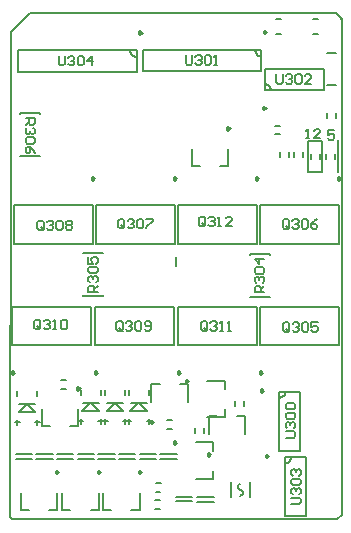
<source format=gto>
G04*
G04 #@! TF.GenerationSoftware,Altium Limited,Altium Designer,20.2.7 (254)*
G04*
G04 Layer_Color=65535*
%FSLAX25Y25*%
%MOIN*%
G70*
G04*
G04 #@! TF.SameCoordinates,F843C583-EBE9-4D23-8C3A-A0ED9C3F7A7C*
G04*
G04*
G04 #@! TF.FilePolarity,Positive*
G04*
G01*
G75*
%ADD10C,0.00984*%
%ADD11C,0.00787*%
%ADD12C,0.00800*%
%ADD13C,0.00669*%
D10*
X59843Y46457D02*
X59104Y46883D01*
Y46031D01*
X59843Y46457D01*
X67225Y22047D02*
X66486Y22474D01*
Y21621D01*
X67225Y22047D01*
X73622Y130709D02*
X72884Y131135D01*
Y130282D01*
X73622Y130709D01*
X83169Y114035D02*
X82431Y114462D01*
Y113609D01*
X83169Y114035D01*
X57185Y49272D02*
X56447Y49698D01*
Y48845D01*
X57185Y49272D01*
X84547D02*
X83809Y49698D01*
Y48845D01*
X84547Y49272D01*
X110531Y114035D02*
X109793Y114462D01*
Y113609D01*
X110531Y114035D01*
X55807D02*
X55069Y114462D01*
Y113609D01*
X55807Y114035D01*
X28445D02*
X27707Y114462D01*
Y113609D01*
X28445Y114035D01*
X29429Y49272D02*
X28691Y49698D01*
Y48845D01*
X29429Y49272D01*
X1673D02*
X935Y49698D01*
X935Y48845D01*
X1673Y49272D01*
X30512Y16102D02*
X29774Y16529D01*
Y15676D01*
X30512Y16102D01*
X44272Y162559D02*
X43534Y162985D01*
Y162133D01*
X44272Y162559D01*
X86516Y21437D02*
X85778Y21863D01*
Y21011D01*
X86516Y21437D01*
X55905Y25886D02*
X55167Y26312D01*
Y25460D01*
X55905Y25886D01*
X16535Y16102D02*
X15797Y16529D01*
Y15676D01*
X16535Y16102D01*
X44094D02*
X43356Y16529D01*
Y15676D01*
X44094Y16102D01*
X48130Y32736D02*
X47392Y33163D01*
Y32310D01*
X48130Y32736D01*
X23622Y44055D02*
X22884Y44481D01*
Y43629D01*
X23622Y44055D01*
X85709Y162756D02*
X84970Y163182D01*
Y162330D01*
X85709Y162756D01*
X85630Y137461D02*
X84892Y137887D01*
Y137034D01*
X85630Y137461D01*
X84745Y43287D02*
X84006Y43714D01*
Y42861D01*
X84745Y43287D01*
D11*
X77165Y8247D02*
X78018Y8739D01*
Y9723D01*
X77165Y10215D01*
Y12193D02*
X76313Y11700D01*
Y10716D01*
X77165Y10224D01*
X40571Y156457D02*
X40835Y155473D01*
X41555Y154752D01*
X42539Y154488D01*
X92028Y18976D02*
X93012Y19240D01*
X93733Y19961D01*
X93997Y20945D01*
X82008Y156654D02*
X82272Y155669D01*
X82992Y154949D01*
X83976Y154685D01*
X87480Y143465D02*
X87217Y144449D01*
X86496Y145169D01*
X85512Y145433D01*
X90256Y40827D02*
X91241Y41091D01*
X91961Y41811D01*
X92225Y42795D01*
X99901Y126476D02*
X104528D01*
X99606Y126181D02*
X99901Y126476D01*
X99606Y116339D02*
Y126181D01*
Y116339D02*
X99902Y116043D01*
X109646Y116142D02*
Y126870D01*
X104528Y124114D02*
Y126476D01*
X99902Y116043D02*
X104528D01*
Y124114D01*
X55807Y84842D02*
Y87795D01*
X106102Y155807D02*
X109055D01*
X106201Y145276D02*
X109153D01*
X89075Y162008D02*
X90650D01*
X89092Y167138D02*
X90667D01*
X101476Y162008D02*
X103051D01*
X101494Y167138D02*
X103068D01*
X72028Y34350D02*
Y37008D01*
Y43701D02*
Y46555D01*
X66220D02*
X72028D01*
X66220Y34350D02*
X72028D01*
X76181Y34724D02*
X78839D01*
X66634D02*
X69488D01*
X66634Y28917D02*
Y34724D01*
X78839Y28917D02*
Y34724D01*
X61024Y118032D02*
X63681D01*
X70374D02*
X73228D01*
Y123839D01*
X61024Y118032D02*
Y123839D01*
X274Y64889D02*
X793Y65408D01*
X274Y1377D02*
X514Y1137D01*
X1220Y430D01*
X109438D01*
X274Y1377D02*
Y64889D01*
X110931Y1924D02*
Y167180D01*
X109438Y430D02*
X110931Y1924D01*
X109061Y169050D02*
X110931Y167180D01*
X793Y162849D02*
X6994Y169050D01*
X109061D01*
X793Y65408D02*
Y162849D01*
X74016Y7776D02*
Y12697D01*
X80315Y7776D02*
Y12697D01*
X56496Y92185D02*
X82874D01*
X56496Y104980D02*
X82874D01*
Y92185D02*
Y104980D01*
X56496Y92185D02*
Y104980D01*
X82874Y58327D02*
Y71122D01*
X56496Y58327D02*
Y71122D01*
Y58327D02*
X82874D01*
X56496Y71122D02*
X82874D01*
X83858D02*
X110236D01*
X83858Y58327D02*
X110236D01*
X83858D02*
Y71122D01*
X110236Y58327D02*
Y71122D01*
X83858Y92185D02*
Y104980D01*
X110236Y92185D02*
Y104980D01*
X83858D02*
X110236D01*
X83858Y92185D02*
X110236D01*
X29134D02*
X55512D01*
X29134Y104980D02*
X55512D01*
Y92185D02*
Y104980D01*
X29134Y92185D02*
Y104980D01*
X1772Y92185D02*
Y104980D01*
X28150Y92185D02*
Y104980D01*
X1772D02*
X28150D01*
X1772Y92185D02*
X28150D01*
X28740Y71122D02*
X55118D01*
X28740Y58327D02*
X55118D01*
X28740D02*
Y71122D01*
X55118Y58327D02*
Y71122D01*
X27362Y58327D02*
Y71122D01*
X984Y58327D02*
Y71122D01*
Y58327D02*
X27362D01*
X984Y71122D02*
X27362D01*
X17913Y3425D02*
X20571D01*
X27264D02*
X30118D01*
Y9232D01*
X17913Y3425D02*
Y9232D01*
X24803Y89055D02*
Y89252D01*
X31299Y89055D02*
Y89252D01*
X24803D02*
X31299D01*
X24803Y74843D02*
X31299D01*
X24803D02*
Y75039D01*
X31299Y74843D02*
Y75039D01*
X3248Y149567D02*
Y156654D01*
X42618Y149567D02*
Y156654D01*
X3248Y149567D02*
X42618D01*
X3248Y156654D02*
X42618D01*
X91930Y1339D02*
Y21024D01*
X99016Y1339D02*
Y21024D01*
X91930D02*
X99016D01*
X91930Y1339D02*
X99016D01*
X3839Y135610D02*
Y135807D01*
X10335Y135610D02*
Y135807D01*
X3839D02*
X10335D01*
X3839Y121398D02*
X10335D01*
X3839D02*
Y121595D01*
X10335Y121398D02*
Y121595D01*
X62283Y13780D02*
X68091D01*
X62283Y25984D02*
X68091D01*
Y23130D02*
Y25984D01*
Y13780D02*
Y16437D01*
X2264Y22106D02*
X7776D01*
X2264Y20531D02*
X7776D01*
X9154D02*
X14665D01*
X9154Y22106D02*
X14665D01*
X16043D02*
X21555D01*
X16043Y20531D02*
X21555D01*
X22933D02*
X28445D01*
X22933Y22106D02*
X28445D01*
X29823D02*
X35335D01*
X29823Y20531D02*
X35335D01*
X36713D02*
X42224D01*
X36713Y22106D02*
X42224D01*
X43602D02*
X49114D01*
X43602Y20531D02*
X49114D01*
X50492D02*
X56004D01*
X50492Y22106D02*
X56004D01*
X62795Y6260D02*
X68307D01*
X62795Y7835D02*
X68307D01*
X55610Y7933D02*
X61122D01*
X55610Y6358D02*
X61122D01*
X40059Y32146D02*
Y33957D01*
X40689Y39193D02*
X46122D01*
X45965Y33031D02*
X47638D01*
X40571Y36476D02*
X43248Y39154D01*
X40059Y41791D02*
Y43563D01*
X46791Y41791D02*
Y43563D01*
Y32146D02*
Y33957D01*
X43445Y39154D02*
X46122Y36476D01*
X40689D02*
X46122D01*
X43248Y39154D02*
X43445D01*
X39370Y33031D02*
X40846D01*
X2165Y32638D02*
X3642D01*
X6043Y38760D02*
X6240D01*
X3484Y36083D02*
X8917D01*
X6240Y38760D02*
X8917Y36083D01*
X9587Y31752D02*
Y33563D01*
Y41398D02*
Y43169D01*
X2854Y41398D02*
Y43169D01*
X3366Y36083D02*
X6043Y38760D01*
X8760Y32638D02*
X10433D01*
X3484Y38799D02*
X8917D01*
X2854Y31752D02*
Y33563D01*
X24016Y32146D02*
Y33957D01*
X24646Y39193D02*
X30079D01*
X29921Y33031D02*
X31594D01*
X24528Y36476D02*
X27205Y39154D01*
X24016Y41791D02*
Y43563D01*
X30748Y41791D02*
Y43563D01*
Y32146D02*
Y33957D01*
X27402Y39154D02*
X30079Y36476D01*
X24646D02*
X30079D01*
X27205Y39154D02*
X27402D01*
X23327Y33031D02*
X24803D01*
X3937Y3425D02*
Y9232D01*
X16142Y3425D02*
Y9232D01*
X13287Y3425D02*
X16142D01*
X3937D02*
X6594D01*
X31496D02*
Y9232D01*
X43701Y3425D02*
Y9232D01*
X40846Y3425D02*
X43701D01*
X31496D02*
X34154D01*
X57086Y45414D02*
X59744D01*
X47539D02*
X50394D01*
X47539Y39606D02*
Y45414D01*
X59744Y39606D02*
Y45414D01*
X87008Y74350D02*
Y74547D01*
X80512Y74350D02*
Y74547D01*
Y74350D02*
X87008D01*
X80512Y88760D02*
X87008D01*
Y88563D02*
Y88760D01*
X80512Y88563D02*
Y88760D01*
X31496Y33031D02*
X32972D01*
X35374Y39154D02*
X35571D01*
X32815Y36476D02*
X38248D01*
X35571Y39154D02*
X38248Y36476D01*
X38917Y32146D02*
Y33957D01*
Y41791D02*
Y43563D01*
X32185Y41791D02*
Y43563D01*
X32697Y36476D02*
X35374Y39154D01*
X38091Y33031D02*
X39764D01*
X32815Y39193D02*
X38248D01*
X32185Y32146D02*
Y33957D01*
X11024Y31378D02*
Y37185D01*
X23228Y31378D02*
Y37185D01*
X20374Y31378D02*
X23228D01*
X11024D02*
X13681D01*
X44685Y156850D02*
X84055D01*
X44685Y149764D02*
X84055D01*
Y156850D01*
X44685Y149764D02*
Y156850D01*
X85433Y143366D02*
X105118D01*
X85433Y150453D02*
X105118D01*
X85433Y143366D02*
Y150453D01*
X105118Y143366D02*
Y150453D01*
X90158Y23189D02*
X97245D01*
X90158Y42874D02*
X97245D01*
Y23189D02*
Y42874D01*
X90158Y23189D02*
Y42874D01*
X787Y805D02*
X942Y650D01*
X110335Y167776D02*
X110925Y167185D01*
D12*
X93389Y121059D02*
X93389Y122634D01*
X90453Y121063D02*
X90453Y122638D01*
X98015Y121059D02*
X98015Y122634D01*
X95079Y121063D02*
X95079Y122638D01*
X78429Y38283D02*
X78429Y39858D01*
X75492Y38287D02*
X75492Y39862D01*
X62221Y29138D02*
X62221Y30713D01*
X65157Y29134D02*
X65158Y30709D01*
X108661Y120571D02*
X108661Y122146D01*
X105725Y120575D02*
X105725Y122150D01*
X49020Y12444D02*
X50595Y12444D01*
X49016Y9508D02*
X50591Y9508D01*
X48917Y3898D02*
X50492Y3898D01*
X48921Y6834D02*
X50496Y6834D01*
X52854Y30473D02*
X54429Y30473D01*
X52858Y33409D02*
X54433Y33409D01*
X88779Y128642D02*
X90354Y128642D01*
X88784Y131578D02*
X90359Y131578D01*
X106020Y134158D02*
X106020Y135733D01*
X108957Y134154D02*
X108957Y135728D01*
X17421Y46811D02*
X18996Y46811D01*
X17417Y43875D02*
X18992Y43875D01*
X103642Y120571D02*
X103642Y122146D01*
X100705Y120575D02*
X100705Y122150D01*
D13*
X108477Y129999D02*
X106378D01*
Y128425D01*
X107428Y128949D01*
X107952D01*
X108477Y128425D01*
Y127375D01*
X107952Y126850D01*
X106903D01*
X106378Y127375D01*
X99193Y127342D02*
X100216D01*
X99704D01*
Y130412D01*
X99193Y129901D01*
X103798Y127342D02*
X101751D01*
X103798Y129389D01*
Y129901D01*
X103286Y130412D01*
X102263D01*
X101751Y129901D01*
X5611Y133981D02*
X8759D01*
Y132407D01*
X8235Y131882D01*
X7185D01*
X6660Y132407D01*
Y133981D01*
Y132932D02*
X5611Y131882D01*
X8235Y130833D02*
X8759Y130308D01*
Y129258D01*
X8235Y128734D01*
X7710D01*
X7185Y129258D01*
Y129783D01*
Y129258D01*
X6660Y128734D01*
X6135D01*
X5611Y129258D01*
Y130308D01*
X6135Y130833D01*
X8235Y127684D02*
X8759Y127159D01*
Y126110D01*
X8235Y125585D01*
X6135D01*
X5611Y126110D01*
Y127159D01*
X6135Y127684D01*
X8235D01*
X8759Y122436D02*
X8235Y123486D01*
X7185Y124535D01*
X6135D01*
X5611Y124011D01*
Y122961D01*
X6135Y122436D01*
X6660D01*
X7185Y122961D01*
Y124535D01*
X94194Y5507D02*
X96818D01*
X97342Y6032D01*
Y7081D01*
X96818Y7606D01*
X94194D01*
X94719Y8656D02*
X94194Y9181D01*
Y10230D01*
X94719Y10755D01*
X95243D01*
X95768Y10230D01*
Y9705D01*
Y10230D01*
X96293Y10755D01*
X96818D01*
X97342Y10230D01*
Y9181D01*
X96818Y8656D01*
X94719Y11804D02*
X94194Y12329D01*
Y13379D01*
X94719Y13903D01*
X96818D01*
X97342Y13379D01*
Y12329D01*
X96818Y11804D01*
X94719D01*
Y14953D02*
X94194Y15478D01*
Y16527D01*
X94719Y17052D01*
X95243D01*
X95768Y16527D01*
Y16002D01*
Y16527D01*
X96293Y17052D01*
X96818D01*
X97342Y16527D01*
Y15478D01*
X96818Y14953D01*
X92324Y27554D02*
X94947D01*
X95472Y28079D01*
Y29129D01*
X94947Y29653D01*
X92324D01*
X92848Y30703D02*
X92324Y31228D01*
Y32277D01*
X92848Y32802D01*
X93373D01*
X93898Y32277D01*
Y31752D01*
Y32277D01*
X94423Y32802D01*
X94947D01*
X95472Y32277D01*
Y31228D01*
X94947Y30703D01*
X92848Y33852D02*
X92324Y34376D01*
Y35426D01*
X92848Y35951D01*
X94947D01*
X95472Y35426D01*
Y34376D01*
X94947Y33852D01*
X92848D01*
Y37000D02*
X92324Y37525D01*
Y38574D01*
X92848Y39099D01*
X94947D01*
X95472Y38574D01*
Y37525D01*
X94947Y37000D01*
X92848D01*
X16669Y154783D02*
Y152159D01*
X17193Y151634D01*
X18243D01*
X18768Y152159D01*
Y154783D01*
X19817Y154258D02*
X20342Y154783D01*
X21392D01*
X21916Y154258D01*
Y153734D01*
X21392Y153209D01*
X20867D01*
X21392D01*
X21916Y152684D01*
Y152159D01*
X21392Y151634D01*
X20342D01*
X19817Y152159D01*
X22966Y154258D02*
X23491Y154783D01*
X24540D01*
X25065Y154258D01*
Y152159D01*
X24540Y151634D01*
X23491D01*
X22966Y152159D01*
Y154258D01*
X27689Y151634D02*
Y154783D01*
X26114Y153209D01*
X28213D01*
X89208Y148681D02*
Y146057D01*
X89733Y145532D01*
X90782D01*
X91307Y146057D01*
Y148681D01*
X92356Y148156D02*
X92881Y148681D01*
X93931D01*
X94455Y148156D01*
Y147631D01*
X93931Y147106D01*
X93406D01*
X93931D01*
X94455Y146581D01*
Y146057D01*
X93931Y145532D01*
X92881D01*
X92356Y146057D01*
X95505Y148156D02*
X96030Y148681D01*
X97079D01*
X97604Y148156D01*
Y146057D01*
X97079Y145532D01*
X96030D01*
X95505Y146057D01*
Y148156D01*
X100753Y145532D02*
X98654D01*
X100753Y147631D01*
Y148156D01*
X100228Y148681D01*
X99178D01*
X98654Y148156D01*
X59024Y154980D02*
Y152356D01*
X59549Y151831D01*
X60598D01*
X61123Y152356D01*
Y154980D01*
X62173Y154455D02*
X62697Y154980D01*
X63747D01*
X64272Y154455D01*
Y153930D01*
X63747Y153405D01*
X63222D01*
X63747D01*
X64272Y152881D01*
Y152356D01*
X63747Y151831D01*
X62697D01*
X62173Y152356D01*
X65321Y154455D02*
X65846Y154980D01*
X66896D01*
X67420Y154455D01*
Y152356D01*
X66896Y151831D01*
X65846D01*
X65321Y152356D01*
Y154455D01*
X68470Y151831D02*
X69519D01*
X68995D01*
Y154980D01*
X68470Y154455D01*
X29625Y76177D02*
X26477D01*
Y77751D01*
X27002Y78276D01*
X28051D01*
X28576Y77751D01*
Y76177D01*
Y77226D02*
X29625Y78276D01*
X27002Y79325D02*
X26477Y79850D01*
Y80899D01*
X27002Y81424D01*
X27526D01*
X28051Y80899D01*
Y80375D01*
Y80899D01*
X28576Y81424D01*
X29101D01*
X29625Y80899D01*
Y79850D01*
X29101Y79325D01*
X27002Y82474D02*
X26477Y82999D01*
Y84048D01*
X27002Y84573D01*
X29101D01*
X29625Y84048D01*
Y82999D01*
X29101Y82474D01*
X27002D01*
X26477Y87721D02*
Y85622D01*
X28051D01*
X27526Y86672D01*
Y87197D01*
X28051Y87721D01*
X29101D01*
X29625Y87197D01*
Y86147D01*
X29101Y85622D01*
X85137Y75980D02*
X81989D01*
Y77554D01*
X82513Y78079D01*
X83563D01*
X84088Y77554D01*
Y75980D01*
Y77029D02*
X85137Y78079D01*
X82513Y79128D02*
X81989Y79653D01*
Y80703D01*
X82513Y81227D01*
X83038D01*
X83563Y80703D01*
Y80178D01*
Y80703D01*
X84088Y81227D01*
X84613D01*
X85137Y80703D01*
Y79653D01*
X84613Y79128D01*
X82513Y82277D02*
X81989Y82802D01*
Y83851D01*
X82513Y84376D01*
X84613D01*
X85137Y83851D01*
Y82802D01*
X84613Y82277D01*
X82513D01*
X85137Y87000D02*
X81989D01*
X83563Y85425D01*
Y87524D01*
X10565Y64265D02*
Y66365D01*
X10041Y66889D01*
X8991D01*
X8466Y66365D01*
Y64265D01*
X8991Y63741D01*
X10041D01*
X9516Y64790D02*
X10565Y63741D01*
X10041D02*
X10565Y64265D01*
X11615Y66365D02*
X12140Y66889D01*
X13189D01*
X13714Y66365D01*
Y65840D01*
X13189Y65315D01*
X12664D01*
X13189D01*
X13714Y64790D01*
Y64265D01*
X13189Y63741D01*
X12140D01*
X11615Y64265D01*
X14764Y63741D02*
X15813D01*
X15288D01*
Y66889D01*
X14764Y66365D01*
X17387D02*
X17912Y66889D01*
X18962D01*
X19486Y66365D01*
Y64265D01*
X18962Y63741D01*
X17912D01*
X17387Y64265D01*
Y66365D01*
X37960Y63773D02*
Y65872D01*
X37436Y66397D01*
X36386D01*
X35862Y65872D01*
Y63773D01*
X36386Y63249D01*
X37436D01*
X36911Y64298D02*
X37960Y63249D01*
X37436D02*
X37960Y63773D01*
X39010Y65872D02*
X39535Y66397D01*
X40584D01*
X41109Y65872D01*
Y65348D01*
X40584Y64823D01*
X40060D01*
X40584D01*
X41109Y64298D01*
Y63773D01*
X40584Y63249D01*
X39535D01*
X39010Y63773D01*
X42159Y65872D02*
X42683Y66397D01*
X43733D01*
X44258Y65872D01*
Y63773D01*
X43733Y63249D01*
X42683D01*
X42159Y63773D01*
Y65872D01*
X45307Y63773D02*
X45832Y63249D01*
X46881D01*
X47406Y63773D01*
Y65872D01*
X46881Y66397D01*
X45832D01*
X45307Y65872D01*
Y65348D01*
X45832Y64823D01*
X47406D01*
X11681Y97336D02*
Y99435D01*
X11156Y99960D01*
X10107D01*
X9582Y99435D01*
Y97336D01*
X10107Y96812D01*
X11156D01*
X10632Y97861D02*
X11681Y96812D01*
X11156D02*
X11681Y97336D01*
X12731Y99435D02*
X13255Y99960D01*
X14305D01*
X14830Y99435D01*
Y98911D01*
X14305Y98386D01*
X13780D01*
X14305D01*
X14830Y97861D01*
Y97336D01*
X14305Y96812D01*
X13255D01*
X12731Y97336D01*
X15879Y99435D02*
X16404Y99960D01*
X17453D01*
X17978Y99435D01*
Y97336D01*
X17453Y96812D01*
X16404D01*
X15879Y97336D01*
Y99435D01*
X19028D02*
X19553Y99960D01*
X20602D01*
X21127Y99435D01*
Y98911D01*
X20602Y98386D01*
X21127Y97861D01*
Y97336D01*
X20602Y96812D01*
X19553D01*
X19028Y97336D01*
Y97861D01*
X19553Y98386D01*
X19028Y98911D01*
Y99435D01*
X19553Y98386D02*
X20602D01*
X38551Y97829D02*
Y99928D01*
X38026Y100452D01*
X36977D01*
X36452Y99928D01*
Y97829D01*
X36977Y97304D01*
X38026D01*
X37502Y98353D02*
X38551Y97304D01*
X38026D02*
X38551Y97829D01*
X39601Y99928D02*
X40125Y100452D01*
X41175D01*
X41700Y99928D01*
Y99403D01*
X41175Y98878D01*
X40650D01*
X41175D01*
X41700Y98353D01*
Y97829D01*
X41175Y97304D01*
X40125D01*
X39601Y97829D01*
X42749Y99928D02*
X43274Y100452D01*
X44324D01*
X44848Y99928D01*
Y97829D01*
X44324Y97304D01*
X43274D01*
X42749Y97829D01*
Y99928D01*
X45898Y100452D02*
X47997D01*
Y99928D01*
X45898Y97829D01*
Y97304D01*
X93472Y97730D02*
Y99829D01*
X92948Y100354D01*
X91898D01*
X91373Y99829D01*
Y97730D01*
X91898Y97205D01*
X92948D01*
X92423Y98255D02*
X93472Y97205D01*
X92948D02*
X93472Y97730D01*
X94522Y99829D02*
X95047Y100354D01*
X96096D01*
X96621Y99829D01*
Y99304D01*
X96096Y98780D01*
X95571D01*
X96096D01*
X96621Y98255D01*
Y97730D01*
X96096Y97205D01*
X95047D01*
X94522Y97730D01*
X97671Y99829D02*
X98195Y100354D01*
X99245D01*
X99770Y99829D01*
Y97730D01*
X99245Y97205D01*
X98195D01*
X97671Y97730D01*
Y99829D01*
X102918Y100354D02*
X101869Y99829D01*
X100819Y98780D01*
Y97730D01*
X101344Y97205D01*
X102393D01*
X102918Y97730D01*
Y98255D01*
X102393Y98780D01*
X100819D01*
X93571Y63380D02*
Y65479D01*
X93046Y66004D01*
X91997D01*
X91472Y65479D01*
Y63380D01*
X91997Y62855D01*
X93046D01*
X92521Y63904D02*
X93571Y62855D01*
X93046D02*
X93571Y63380D01*
X94620Y65479D02*
X95145Y66004D01*
X96195D01*
X96719Y65479D01*
Y64954D01*
X96195Y64429D01*
X95670D01*
X96195D01*
X96719Y63904D01*
Y63380D01*
X96195Y62855D01*
X95145D01*
X94620Y63380D01*
X97769Y65479D02*
X98294Y66004D01*
X99343D01*
X99868Y65479D01*
Y63380D01*
X99343Y62855D01*
X98294D01*
X97769Y63380D01*
Y65479D01*
X103016Y66004D02*
X100917D01*
Y64429D01*
X101967Y64954D01*
X102492D01*
X103016Y64429D01*
Y63380D01*
X102492Y62855D01*
X101442D01*
X100917Y63380D01*
X66208Y63773D02*
Y65872D01*
X65684Y66397D01*
X64634D01*
X64109Y65872D01*
Y63773D01*
X64634Y63249D01*
X65684D01*
X65159Y64298D02*
X66208Y63249D01*
X65684D02*
X66208Y63773D01*
X67258Y65872D02*
X67783Y66397D01*
X68832D01*
X69357Y65872D01*
Y65348D01*
X68832Y64823D01*
X68307D01*
X68832D01*
X69357Y64298D01*
Y63773D01*
X68832Y63249D01*
X67783D01*
X67258Y63773D01*
X70406Y63249D02*
X71456D01*
X70931D01*
Y66397D01*
X70406Y65872D01*
X73030Y63249D02*
X74080D01*
X73555D01*
Y66397D01*
X73030Y65872D01*
X65487Y98616D02*
Y100715D01*
X64962Y101240D01*
X63912D01*
X63388Y100715D01*
Y98616D01*
X63912Y98091D01*
X64962D01*
X64437Y99141D02*
X65487Y98091D01*
X64962D02*
X65487Y98616D01*
X66536Y100715D02*
X67061Y101240D01*
X68111D01*
X68635Y100715D01*
Y100190D01*
X68111Y99665D01*
X67586D01*
X68111D01*
X68635Y99141D01*
Y98616D01*
X68111Y98091D01*
X67061D01*
X66536Y98616D01*
X69685Y98091D02*
X70734D01*
X70210D01*
Y101240D01*
X69685Y100715D01*
X74408Y98091D02*
X72309D01*
X74408Y100190D01*
Y100715D01*
X73883Y101240D01*
X72833D01*
X72309Y100715D01*
M02*

</source>
